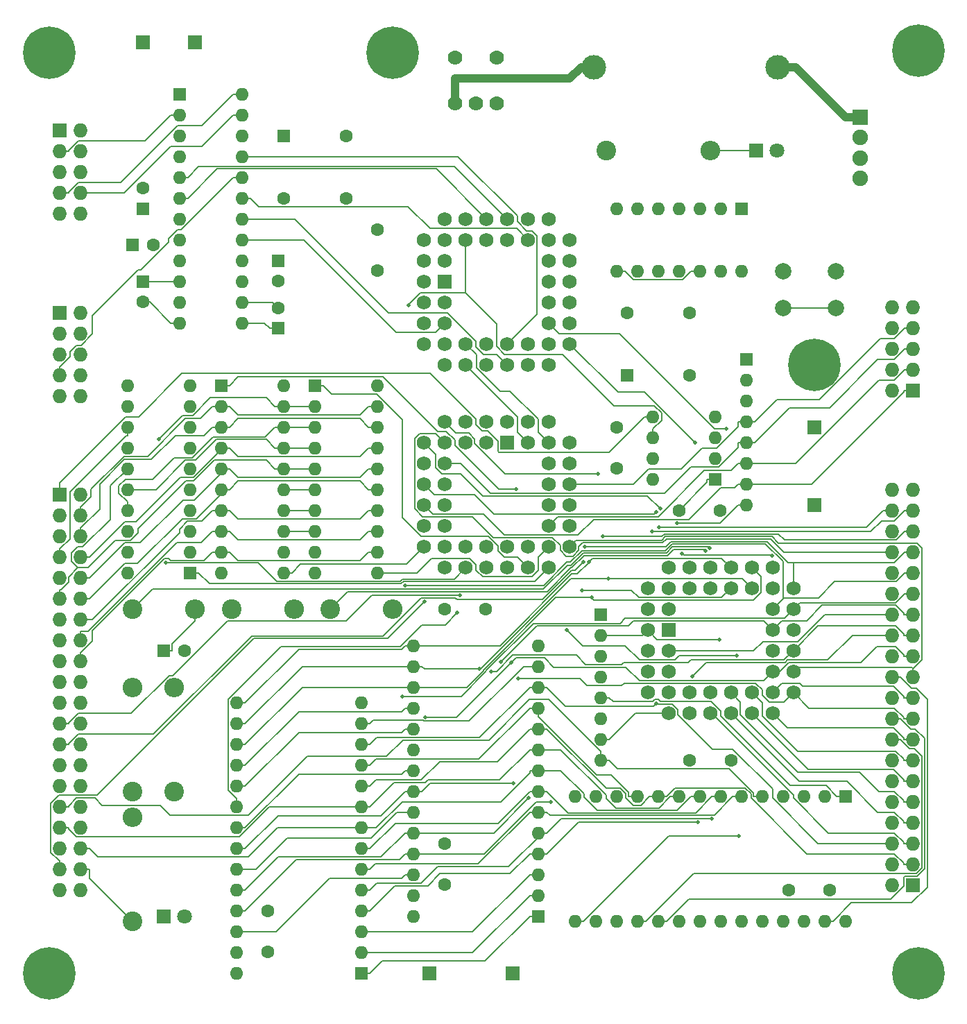
<source format=gbr>
G04 #@! TF.FileFunction,Copper,L4,Bot,Mixed*
%FSLAX46Y46*%
G04 Gerber Fmt 4.6, Leading zero omitted, Abs format (unit mm)*
G04 Created by KiCad (PCBNEW 4.0.7-e2-6376~58~ubuntu16.04.1) date Tue Dec 19 13:26:44 2017*
%MOMM*%
%LPD*%
G01*
G04 APERTURE LIST*
%ADD10C,0.100000*%
%ADD11C,1.600000*%
%ADD12R,1.600000X1.600000*%
%ADD13R,1.800000X1.800000*%
%ADD14C,1.800000*%
%ADD15R,1.900000X1.900000*%
%ADD16C,1.900000*%
%ADD17R,1.727200X1.727200*%
%ADD18O,1.727200X1.727200*%
%ADD19C,6.400000*%
%ADD20C,2.400000*%
%ADD21O,2.400000X2.400000*%
%ADD22O,1.600000X1.600000*%
%ADD23C,2.000000*%
%ADD24R,1.750000X1.750000*%
%ADD25C,1.750000*%
%ADD26C,3.000000*%
%ADD27R,1.700000X1.700000*%
%ADD28C,1.778000*%
%ADD29C,0.500000*%
%ADD30C,0.150000*%
%ADD31C,1.000000*%
G04 APERTURE END LIST*
D10*
D11*
X141605000Y-110490000D03*
X136605000Y-110490000D03*
X85090000Y-128905000D03*
X85090000Y-133905000D03*
X106680000Y-120650000D03*
X106680000Y-125650000D03*
X153670000Y-126365000D03*
X148670000Y-126365000D03*
D12*
X68580000Y-47625000D03*
D11*
X71080000Y-47625000D03*
D12*
X86360000Y-49530000D03*
D11*
X86360000Y-52030000D03*
D12*
X69850000Y-43180000D03*
D11*
X69850000Y-40680000D03*
D12*
X69850000Y-52070000D03*
D11*
X69850000Y-54570000D03*
D12*
X86360000Y-57785000D03*
D11*
X86360000Y-55285000D03*
X98425000Y-45720000D03*
X98425000Y-50720000D03*
X106680000Y-92075000D03*
X111680000Y-92075000D03*
X127635000Y-69850000D03*
X127635000Y-74850000D03*
D13*
X72390000Y-129540000D03*
D14*
X74930000Y-129540000D03*
D15*
X157353000Y-32004000D03*
D16*
X157353000Y-34504000D03*
X157353000Y-37004000D03*
X157353000Y-39504000D03*
D17*
X59690000Y-33655000D03*
D18*
X62230000Y-33655000D03*
X59690000Y-36195000D03*
X62230000Y-36195000D03*
X59690000Y-38735000D03*
X62230000Y-38735000D03*
X59690000Y-41275000D03*
X62230000Y-41275000D03*
X59690000Y-43815000D03*
X62230000Y-43815000D03*
D17*
X59690000Y-55880000D03*
D18*
X62230000Y-55880000D03*
X59690000Y-58420000D03*
X62230000Y-58420000D03*
X59690000Y-60960000D03*
X62230000Y-60960000D03*
X59690000Y-63500000D03*
X62230000Y-63500000D03*
X59690000Y-66040000D03*
X62230000Y-66040000D03*
D17*
X163830000Y-65405000D03*
D18*
X161290000Y-65405000D03*
X163830000Y-62865000D03*
X161290000Y-62865000D03*
X163830000Y-60325000D03*
X161290000Y-60325000D03*
X163830000Y-57785000D03*
X161290000Y-57785000D03*
X163830000Y-55245000D03*
X161290000Y-55245000D03*
D19*
X58420000Y-24130000D03*
X100330000Y-24130000D03*
X164465000Y-23876000D03*
X164465000Y-136525000D03*
X151765000Y-62230000D03*
X58420000Y-136525000D03*
D17*
X59690000Y-78105000D03*
D18*
X62230000Y-78105000D03*
X59690000Y-80645000D03*
X62230000Y-80645000D03*
X59690000Y-83185000D03*
X62230000Y-83185000D03*
X59690000Y-85725000D03*
X62230000Y-85725000D03*
X59690000Y-88265000D03*
X62230000Y-88265000D03*
X59690000Y-90805000D03*
X62230000Y-90805000D03*
X59690000Y-93345000D03*
X62230000Y-93345000D03*
X59690000Y-95885000D03*
X62230000Y-95885000D03*
X59690000Y-98425000D03*
X62230000Y-98425000D03*
X59690000Y-100965000D03*
X62230000Y-100965000D03*
X59690000Y-103505000D03*
X62230000Y-103505000D03*
X59690000Y-106045000D03*
X62230000Y-106045000D03*
X59690000Y-108585000D03*
X62230000Y-108585000D03*
X59690000Y-111125000D03*
X62230000Y-111125000D03*
X59690000Y-113665000D03*
X62230000Y-113665000D03*
X59690000Y-116205000D03*
X62230000Y-116205000D03*
X59690000Y-118745000D03*
X62230000Y-118745000D03*
X59690000Y-121285000D03*
X62230000Y-121285000D03*
X59690000Y-123825000D03*
X62230000Y-123825000D03*
X59690000Y-126365000D03*
X62230000Y-126365000D03*
D20*
X68580000Y-114300000D03*
D21*
X68580000Y-101600000D03*
D20*
X68580000Y-130175000D03*
D21*
X68580000Y-117475000D03*
D20*
X73660000Y-114300000D03*
D21*
X73660000Y-101600000D03*
D12*
X143510000Y-61595000D03*
D22*
X143510000Y-64135000D03*
X143510000Y-66675000D03*
X143510000Y-69215000D03*
X143510000Y-71755000D03*
X143510000Y-74295000D03*
X143510000Y-76835000D03*
X143510000Y-79375000D03*
D12*
X125730000Y-92710000D03*
D22*
X125730000Y-95250000D03*
X125730000Y-97790000D03*
X125730000Y-100330000D03*
X125730000Y-102870000D03*
X125730000Y-105410000D03*
X125730000Y-107950000D03*
X125730000Y-110490000D03*
D23*
X147955000Y-55300000D03*
X147955000Y-50800000D03*
X154455000Y-55300000D03*
X154455000Y-50800000D03*
D24*
X133985000Y-94615000D03*
D25*
X133985000Y-97155000D03*
X133985000Y-99695000D03*
X133985000Y-92075000D03*
X133985000Y-89535000D03*
X133985000Y-86995000D03*
X131445000Y-97155000D03*
X131445000Y-99695000D03*
X131445000Y-102235000D03*
X131445000Y-94615000D03*
X131445000Y-92075000D03*
X131445000Y-89535000D03*
X133985000Y-102235000D03*
X136525000Y-102235000D03*
X139065000Y-102235000D03*
X141605000Y-102235000D03*
X144145000Y-102235000D03*
X133985000Y-104775000D03*
X136525000Y-104775000D03*
X139065000Y-104775000D03*
X141605000Y-104775000D03*
X144145000Y-104775000D03*
X146685000Y-104775000D03*
X146685000Y-102235000D03*
X146685000Y-99695000D03*
X146685000Y-97155000D03*
X146685000Y-94615000D03*
X146685000Y-92075000D03*
X146685000Y-89535000D03*
X149225000Y-102235000D03*
X149225000Y-99695000D03*
X149225000Y-97155000D03*
X149225000Y-94615000D03*
X149225000Y-92075000D03*
X149225000Y-89535000D03*
X144145000Y-89535000D03*
X141605000Y-89535000D03*
X139065000Y-89535000D03*
X136525000Y-89535000D03*
X131445000Y-89535000D03*
X146685000Y-86995000D03*
X144145000Y-86995000D03*
X141605000Y-86995000D03*
X139065000Y-86995000D03*
X136525000Y-86995000D03*
X133985000Y-86995000D03*
D12*
X96520000Y-136525000D03*
D22*
X81280000Y-103505000D03*
X96520000Y-133985000D03*
X81280000Y-106045000D03*
X96520000Y-131445000D03*
X81280000Y-108585000D03*
X96520000Y-128905000D03*
X81280000Y-111125000D03*
X96520000Y-126365000D03*
X81280000Y-113665000D03*
X96520000Y-123825000D03*
X81280000Y-116205000D03*
X96520000Y-121285000D03*
X81280000Y-118745000D03*
X96520000Y-118745000D03*
X81280000Y-121285000D03*
X96520000Y-116205000D03*
X81280000Y-123825000D03*
X96520000Y-113665000D03*
X81280000Y-126365000D03*
X96520000Y-111125000D03*
X81280000Y-128905000D03*
X96520000Y-108585000D03*
X81280000Y-131445000D03*
X96520000Y-106045000D03*
X81280000Y-133985000D03*
X96520000Y-103505000D03*
X81280000Y-136525000D03*
D12*
X118110000Y-129540000D03*
D22*
X102870000Y-96520000D03*
X118110000Y-127000000D03*
X102870000Y-99060000D03*
X118110000Y-124460000D03*
X102870000Y-101600000D03*
X118110000Y-121920000D03*
X102870000Y-104140000D03*
X118110000Y-119380000D03*
X102870000Y-106680000D03*
X118110000Y-116840000D03*
X102870000Y-109220000D03*
X118110000Y-114300000D03*
X102870000Y-111760000D03*
X118110000Y-111760000D03*
X102870000Y-114300000D03*
X118110000Y-109220000D03*
X102870000Y-116840000D03*
X118110000Y-106680000D03*
X102870000Y-119380000D03*
X118110000Y-104140000D03*
X102870000Y-121920000D03*
X118110000Y-101600000D03*
X102870000Y-124460000D03*
X118110000Y-99060000D03*
X102870000Y-127000000D03*
X118110000Y-96520000D03*
X102870000Y-129540000D03*
D12*
X155575000Y-114935000D03*
D22*
X122555000Y-130175000D03*
X153035000Y-114935000D03*
X125095000Y-130175000D03*
X150495000Y-114935000D03*
X127635000Y-130175000D03*
X147955000Y-114935000D03*
X130175000Y-130175000D03*
X145415000Y-114935000D03*
X132715000Y-130175000D03*
X142875000Y-114935000D03*
X135255000Y-130175000D03*
X140335000Y-114935000D03*
X137795000Y-130175000D03*
X137795000Y-114935000D03*
X140335000Y-130175000D03*
X135255000Y-114935000D03*
X142875000Y-130175000D03*
X132715000Y-114935000D03*
X145415000Y-130175000D03*
X130175000Y-114935000D03*
X147955000Y-130175000D03*
X127635000Y-114935000D03*
X150495000Y-130175000D03*
X125095000Y-114935000D03*
X153035000Y-130175000D03*
X122555000Y-114935000D03*
X155575000Y-130175000D03*
D24*
X114300000Y-71755000D03*
D25*
X111760000Y-71755000D03*
X109220000Y-71755000D03*
X116840000Y-71755000D03*
X119380000Y-71755000D03*
X121920000Y-71755000D03*
X111760000Y-69215000D03*
X109220000Y-69215000D03*
X106680000Y-69215000D03*
X114300000Y-69215000D03*
X116840000Y-69215000D03*
X119380000Y-69215000D03*
X106680000Y-71755000D03*
X106680000Y-74295000D03*
X106680000Y-76835000D03*
X106680000Y-79375000D03*
X106680000Y-81915000D03*
X104140000Y-71755000D03*
X104140000Y-74295000D03*
X104140000Y-76835000D03*
X104140000Y-79375000D03*
X104140000Y-81915000D03*
X104140000Y-84455000D03*
X106680000Y-84455000D03*
X109220000Y-84455000D03*
X111760000Y-84455000D03*
X114300000Y-84455000D03*
X116840000Y-84455000D03*
X119380000Y-84455000D03*
X106680000Y-86995000D03*
X109220000Y-86995000D03*
X111760000Y-86995000D03*
X114300000Y-86995000D03*
X116840000Y-86995000D03*
X119380000Y-86995000D03*
X119380000Y-81915000D03*
X119380000Y-79375000D03*
X119380000Y-76835000D03*
X119380000Y-74295000D03*
X119380000Y-69215000D03*
X121920000Y-84455000D03*
X121920000Y-81915000D03*
X121920000Y-79375000D03*
X121920000Y-76835000D03*
X121920000Y-74295000D03*
X121920000Y-71755000D03*
D12*
X142875000Y-43180000D03*
D22*
X127635000Y-50800000D03*
X140335000Y-43180000D03*
X130175000Y-50800000D03*
X137795000Y-43180000D03*
X132715000Y-50800000D03*
X135255000Y-43180000D03*
X135255000Y-50800000D03*
X132715000Y-43180000D03*
X137795000Y-50800000D03*
X130175000Y-43180000D03*
X140335000Y-50800000D03*
X127635000Y-43180000D03*
X142875000Y-50800000D03*
D12*
X79375000Y-64770000D03*
D22*
X86995000Y-87630000D03*
X79375000Y-67310000D03*
X86995000Y-85090000D03*
X79375000Y-69850000D03*
X86995000Y-82550000D03*
X79375000Y-72390000D03*
X86995000Y-80010000D03*
X79375000Y-74930000D03*
X86995000Y-77470000D03*
X79375000Y-77470000D03*
X86995000Y-74930000D03*
X79375000Y-80010000D03*
X86995000Y-72390000D03*
X79375000Y-82550000D03*
X86995000Y-69850000D03*
X79375000Y-85090000D03*
X86995000Y-67310000D03*
X79375000Y-87630000D03*
X86995000Y-64770000D03*
D12*
X90805000Y-64770000D03*
D22*
X98425000Y-87630000D03*
X90805000Y-67310000D03*
X98425000Y-85090000D03*
X90805000Y-69850000D03*
X98425000Y-82550000D03*
X90805000Y-72390000D03*
X98425000Y-80010000D03*
X90805000Y-74930000D03*
X98425000Y-77470000D03*
X90805000Y-77470000D03*
X98425000Y-74930000D03*
X90805000Y-80010000D03*
X98425000Y-72390000D03*
X90805000Y-82550000D03*
X98425000Y-69850000D03*
X90805000Y-85090000D03*
X98425000Y-67310000D03*
X90805000Y-87630000D03*
X98425000Y-64770000D03*
D12*
X75565000Y-87630000D03*
D22*
X67945000Y-64770000D03*
X75565000Y-85090000D03*
X67945000Y-67310000D03*
X75565000Y-82550000D03*
X67945000Y-69850000D03*
X75565000Y-80010000D03*
X67945000Y-72390000D03*
X75565000Y-77470000D03*
X67945000Y-74930000D03*
X75565000Y-74930000D03*
X67945000Y-77470000D03*
X75565000Y-72390000D03*
X67945000Y-80010000D03*
X75565000Y-69850000D03*
X67945000Y-82550000D03*
X75565000Y-67310000D03*
X67945000Y-85090000D03*
X75565000Y-64770000D03*
X67945000Y-87630000D03*
D12*
X74295000Y-29210000D03*
D22*
X81915000Y-57150000D03*
X74295000Y-31750000D03*
X81915000Y-54610000D03*
X74295000Y-34290000D03*
X81915000Y-52070000D03*
X74295000Y-36830000D03*
X81915000Y-49530000D03*
X74295000Y-39370000D03*
X81915000Y-46990000D03*
X74295000Y-41910000D03*
X81915000Y-44450000D03*
X74295000Y-44450000D03*
X81915000Y-41910000D03*
X74295000Y-46990000D03*
X81915000Y-39370000D03*
X74295000Y-49530000D03*
X81915000Y-36830000D03*
X74295000Y-52070000D03*
X81915000Y-34290000D03*
X74295000Y-54610000D03*
X81915000Y-31750000D03*
X74295000Y-57150000D03*
X81915000Y-29210000D03*
D24*
X106680000Y-52070000D03*
D25*
X106680000Y-54610000D03*
X106680000Y-57150000D03*
X106680000Y-49530000D03*
X106680000Y-46990000D03*
X106680000Y-44450000D03*
X104140000Y-54610000D03*
X104140000Y-57150000D03*
X104140000Y-59690000D03*
X104140000Y-52070000D03*
X104140000Y-49530000D03*
X104140000Y-46990000D03*
X106680000Y-59690000D03*
X109220000Y-59690000D03*
X111760000Y-59690000D03*
X114300000Y-59690000D03*
X116840000Y-59690000D03*
X106680000Y-62230000D03*
X109220000Y-62230000D03*
X111760000Y-62230000D03*
X114300000Y-62230000D03*
X116840000Y-62230000D03*
X119380000Y-62230000D03*
X119380000Y-59690000D03*
X119380000Y-57150000D03*
X119380000Y-54610000D03*
X119380000Y-52070000D03*
X119380000Y-49530000D03*
X119380000Y-46990000D03*
X121920000Y-59690000D03*
X121920000Y-57150000D03*
X121920000Y-54610000D03*
X121920000Y-52070000D03*
X121920000Y-49530000D03*
X121920000Y-46990000D03*
X116840000Y-46990000D03*
X114300000Y-46990000D03*
X111760000Y-46990000D03*
X109220000Y-46990000D03*
X104140000Y-46990000D03*
X119380000Y-44450000D03*
X116840000Y-44450000D03*
X114300000Y-44450000D03*
X111760000Y-44450000D03*
X109220000Y-44450000D03*
X106680000Y-44450000D03*
D12*
X128905000Y-63500000D03*
D11*
X128905000Y-55880000D03*
X136525000Y-55880000D03*
X136525000Y-63500000D03*
D12*
X86995000Y-34290000D03*
D11*
X94615000Y-34290000D03*
X94615000Y-41910000D03*
X86995000Y-41910000D03*
D13*
X144653000Y-36068000D03*
D14*
X147193000Y-36068000D03*
D26*
X124841000Y-25908000D03*
X147341000Y-25908000D03*
D27*
X114935000Y-136525000D03*
X104775000Y-136525000D03*
X151765000Y-79375000D03*
X151765000Y-69850000D03*
X76200000Y-22860000D03*
D20*
X126365000Y-36068000D03*
D21*
X139065000Y-36068000D03*
D27*
X69850000Y-22860000D03*
D28*
X113030000Y-24765000D03*
X107950000Y-24765000D03*
X113030000Y-30353000D03*
X110490000Y-30353000D03*
X107950000Y-30353000D03*
D12*
X72390000Y-97155000D03*
D11*
X74890000Y-97155000D03*
X135255000Y-80010000D03*
X140255000Y-80010000D03*
D17*
X163830000Y-125730000D03*
D18*
X161290000Y-125730000D03*
X163830000Y-123190000D03*
X161290000Y-123190000D03*
X163830000Y-120650000D03*
X161290000Y-120650000D03*
X163830000Y-118110000D03*
X161290000Y-118110000D03*
X163830000Y-115570000D03*
X161290000Y-115570000D03*
X163830000Y-113030000D03*
X161290000Y-113030000D03*
X163830000Y-110490000D03*
X161290000Y-110490000D03*
X163830000Y-107950000D03*
X161290000Y-107950000D03*
X163830000Y-105410000D03*
X161290000Y-105410000D03*
X163830000Y-102870000D03*
X161290000Y-102870000D03*
X163830000Y-100330000D03*
X161290000Y-100330000D03*
X163830000Y-97790000D03*
X161290000Y-97790000D03*
X163830000Y-95250000D03*
X161290000Y-95250000D03*
X163830000Y-92710000D03*
X161290000Y-92710000D03*
X163830000Y-90170000D03*
X161290000Y-90170000D03*
X163830000Y-87630000D03*
X161290000Y-87630000D03*
X163830000Y-85090000D03*
X161290000Y-85090000D03*
X163830000Y-82550000D03*
X161290000Y-82550000D03*
X163830000Y-80010000D03*
X161290000Y-80010000D03*
X163830000Y-77470000D03*
X161290000Y-77470000D03*
D20*
X92710000Y-92075000D03*
D21*
X100330000Y-92075000D03*
D20*
X68580000Y-92075000D03*
D21*
X76200000Y-92075000D03*
D20*
X80645000Y-92075000D03*
D21*
X88265000Y-92075000D03*
D12*
X139700000Y-76200000D03*
D22*
X132080000Y-68580000D03*
X139700000Y-73660000D03*
X132080000Y-71120000D03*
X139700000Y-71120000D03*
X132080000Y-73660000D03*
X139700000Y-68580000D03*
X132080000Y-76200000D03*
D29*
X125971300Y-83190600D03*
X131959400Y-82622400D03*
X140195500Y-95778700D03*
X71830500Y-71329300D03*
X135080200Y-81608600D03*
X136888600Y-100312100D03*
X139290600Y-117659100D03*
X137594100Y-118075900D03*
X119662900Y-115572400D03*
X121623000Y-94585300D03*
X142320100Y-97769500D03*
X114806700Y-98571000D03*
X104304300Y-105243300D03*
X113542800Y-98471800D03*
X101870900Y-89165000D03*
X141025700Y-70028600D03*
X115682100Y-100547200D03*
X116956300Y-115117700D03*
X112323400Y-99699200D03*
X101497000Y-102708500D03*
X123743000Y-84447000D03*
X126621700Y-88365400D03*
X110928300Y-99373100D03*
X123461000Y-89743500D03*
X133012600Y-79815100D03*
X135641700Y-85262100D03*
X146604600Y-85567500D03*
X124595000Y-90649700D03*
X142595600Y-119736100D03*
X124294700Y-86271600D03*
X132538800Y-103576200D03*
X137237600Y-71792300D03*
X108241500Y-92504000D03*
X125370700Y-75600600D03*
X102291100Y-55004200D03*
X108526500Y-90404300D03*
X123628200Y-86276300D03*
X104209400Y-91154700D03*
X132874600Y-82069000D03*
X132489800Y-80248200D03*
X115065100Y-113303200D03*
X72650900Y-86415800D03*
X115407500Y-77454500D03*
X138531400Y-84995300D03*
X139059200Y-84595800D03*
D30*
X74295000Y-52070000D02*
X69850000Y-52070000D01*
X70689700Y-54570000D02*
X69850000Y-54570000D01*
X73269700Y-57150000D02*
X70689700Y-54570000D01*
X74295000Y-57150000D02*
X73269700Y-57150000D01*
X84699700Y-57150000D02*
X85334700Y-57785000D01*
X81915000Y-57150000D02*
X84699700Y-57150000D01*
X86360000Y-57785000D02*
X85334700Y-57785000D01*
X85685000Y-54610000D02*
X86360000Y-55285000D01*
X81915000Y-54610000D02*
X85685000Y-54610000D01*
X139065000Y-36068000D02*
X144653000Y-36068000D01*
X59690000Y-116205000D02*
X60778900Y-116205000D01*
X144389700Y-114510100D02*
X144389700Y-114935000D01*
X141394900Y-111515300D02*
X144389700Y-114510100D01*
X127780600Y-111515300D02*
X141394900Y-111515300D01*
X126755300Y-110490000D02*
X127780600Y-111515300D01*
X125730000Y-110490000D02*
X125730000Y-109464700D01*
X125730000Y-110490000D02*
X126755300Y-110490000D01*
X145415000Y-114935000D02*
X144389700Y-114935000D01*
X163830000Y-82550000D02*
X162741100Y-82550000D01*
X119345300Y-103080000D02*
X125730000Y-109464700D01*
X117025000Y-103080000D02*
X119345300Y-103080000D01*
X112059200Y-108045800D02*
X117025000Y-103080000D01*
X101598500Y-108045800D02*
X112059200Y-108045800D01*
X99600200Y-110044100D02*
X101598500Y-108045800D01*
X89886500Y-110044100D02*
X99600200Y-110044100D01*
X82694700Y-117235900D02*
X89886500Y-110044100D01*
X73193800Y-117235900D02*
X82694700Y-117235900D01*
X71951700Y-115993800D02*
X73193800Y-117235900D01*
X64852800Y-115993800D02*
X71951700Y-115993800D01*
X63972100Y-115113100D02*
X64852800Y-115993800D01*
X61758000Y-115113100D02*
X63972100Y-115113100D01*
X60778900Y-116092200D02*
X61758000Y-115113100D01*
X60778900Y-116205000D02*
X60778900Y-116092200D01*
X133213800Y-83190600D02*
X125971300Y-83190600D01*
X133488600Y-82915800D02*
X133213800Y-83190600D01*
X147405100Y-82915800D02*
X133488600Y-82915800D01*
X148133500Y-83644200D02*
X147405100Y-82915800D01*
X161759700Y-83644200D02*
X148133500Y-83644200D01*
X162741100Y-82662800D02*
X161759700Y-83644200D01*
X162741100Y-82550000D02*
X162741100Y-82662800D01*
X60778900Y-36082200D02*
X60778900Y-36195000D01*
X61936100Y-34925000D02*
X60778900Y-36082200D01*
X70094700Y-34925000D02*
X61936100Y-34925000D01*
X73269700Y-31750000D02*
X70094700Y-34925000D01*
X74295000Y-31750000D02*
X73269700Y-31750000D01*
X59690000Y-36195000D02*
X60778900Y-36195000D01*
X60778900Y-41162200D02*
X60778900Y-41275000D01*
X61936100Y-40005000D02*
X60778900Y-41162200D01*
X67122900Y-40005000D02*
X61936100Y-40005000D01*
X74107900Y-33020000D02*
X67122900Y-40005000D01*
X77079700Y-33020000D02*
X74107900Y-33020000D01*
X80889700Y-29210000D02*
X77079700Y-33020000D01*
X81915000Y-29210000D02*
X80889700Y-29210000D01*
X59690000Y-41275000D02*
X60778900Y-41275000D01*
X67554600Y-41275000D02*
X62230000Y-41275000D01*
X73269600Y-35560000D02*
X67554600Y-41275000D01*
X77079700Y-35560000D02*
X73269600Y-35560000D01*
X80889700Y-31750000D02*
X77079700Y-35560000D01*
X81915000Y-31750000D02*
X80889700Y-31750000D01*
X59802800Y-62411100D02*
X59690000Y-62411100D01*
X60960000Y-61253900D02*
X59802800Y-62411100D01*
X60960000Y-60640700D02*
X60960000Y-61253900D01*
X61729700Y-59871000D02*
X60960000Y-60640700D01*
X62328500Y-59871000D02*
X61729700Y-59871000D01*
X63707800Y-58491700D02*
X62328500Y-59871000D01*
X63707800Y-56227900D02*
X63707800Y-58491700D01*
X69273600Y-50662100D02*
X63707800Y-56227900D01*
X69565300Y-50662100D02*
X69273600Y-50662100D01*
X72943800Y-47283600D02*
X69565300Y-50662100D01*
X72943800Y-46828000D02*
X72943800Y-47283600D01*
X74051800Y-45720000D02*
X72943800Y-46828000D01*
X74539700Y-45720000D02*
X74051800Y-45720000D01*
X80889700Y-39370000D02*
X74539700Y-45720000D01*
X81915000Y-39370000D02*
X80889700Y-39370000D01*
X59690000Y-63500000D02*
X59690000Y-62411100D01*
X163830000Y-65405000D02*
X162741100Y-65405000D01*
X162741100Y-65541100D02*
X162741100Y-65405000D01*
X151447200Y-76835000D02*
X162741100Y-65541100D01*
X144535300Y-76835000D02*
X151447200Y-76835000D01*
X143510000Y-76835000D02*
X144535300Y-76835000D01*
X142059900Y-77259800D02*
X142484700Y-76835000D01*
X140383900Y-77259800D02*
X142059900Y-77259800D01*
X136510400Y-81133300D02*
X140383900Y-77259800D01*
X124847700Y-81133300D02*
X136510400Y-81133300D01*
X122965600Y-83015400D02*
X124847700Y-81133300D01*
X113987100Y-83015400D02*
X122965600Y-83015400D01*
X111447000Y-80475300D02*
X113987100Y-83015400D01*
X105240300Y-80475300D02*
X111447000Y-80475300D01*
X104140000Y-79375000D02*
X105240300Y-80475300D01*
X143510000Y-76835000D02*
X142484700Y-76835000D01*
X163830000Y-62865000D02*
X162741100Y-62865000D01*
X149483900Y-74295000D02*
X143510000Y-74295000D01*
X159643900Y-64135000D02*
X149483900Y-74295000D01*
X161583900Y-64135000D02*
X159643900Y-64135000D01*
X162741100Y-62977800D02*
X161583900Y-64135000D01*
X162741100Y-62865000D02*
X162741100Y-62977800D01*
X141605100Y-75174600D02*
X142484700Y-74295000D01*
X138340100Y-75174600D02*
X141605100Y-75174600D01*
X132727300Y-80787400D02*
X138340100Y-75174600D01*
X120507600Y-80787400D02*
X132727300Y-80787400D01*
X119380000Y-81915000D02*
X120507600Y-80787400D01*
X143510000Y-74295000D02*
X142484700Y-74295000D01*
X163830000Y-60325000D02*
X162741100Y-60325000D01*
X143510000Y-71755000D02*
X144535300Y-71755000D01*
X162741100Y-60437800D02*
X162741100Y-60325000D01*
X161583900Y-61595000D02*
X162741100Y-60437800D01*
X159542000Y-61595000D02*
X161583900Y-61595000D01*
X153639700Y-67497300D02*
X159542000Y-61595000D01*
X148793000Y-67497300D02*
X153639700Y-67497300D01*
X144535300Y-71755000D02*
X148793000Y-67497300D01*
X143510000Y-71755000D02*
X142484700Y-71755000D01*
X142484700Y-72325400D02*
X142484700Y-71755000D01*
X140090300Y-74719800D02*
X142484700Y-72325400D01*
X136698300Y-74719800D02*
X140090300Y-74719800D01*
X133482400Y-77935700D02*
X136698300Y-74719800D01*
X112254300Y-77935700D02*
X133482400Y-77935700D01*
X108613600Y-74295000D02*
X112254300Y-77935700D01*
X106680000Y-74295000D02*
X108613600Y-74295000D01*
X162741100Y-57897800D02*
X162741100Y-57785000D01*
X161583900Y-59055000D02*
X162741100Y-57897800D01*
X159822400Y-59055000D02*
X161583900Y-59055000D01*
X152363200Y-66514200D02*
X159822400Y-59055000D01*
X147236100Y-66514200D02*
X152363200Y-66514200D01*
X144535300Y-69215000D02*
X147236100Y-66514200D01*
X143510000Y-69215000D02*
X144535300Y-69215000D01*
X163830000Y-57785000D02*
X162741100Y-57785000D01*
X143510000Y-69215000D02*
X142484700Y-69215000D01*
X142484700Y-69790000D02*
X142484700Y-69215000D01*
X139884700Y-72390000D02*
X142484700Y-69790000D01*
X138112900Y-72390000D02*
X139884700Y-72390000D01*
X135572900Y-74930000D02*
X138112900Y-72390000D01*
X131599800Y-74930000D02*
X135572900Y-74930000D01*
X129694800Y-76835000D02*
X131599800Y-74930000D01*
X121920000Y-76835000D02*
X129694800Y-76835000D01*
X125730000Y-95250000D02*
X126755300Y-95250000D01*
X59690000Y-76620700D02*
X59690000Y-78105000D01*
X67730700Y-68580000D02*
X59690000Y-76620700D01*
X69332900Y-68580000D02*
X67730700Y-68580000D01*
X74594800Y-63318100D02*
X69332900Y-68580000D01*
X104902800Y-63318100D02*
X74594800Y-63318100D01*
X110490000Y-68905300D02*
X104902800Y-63318100D01*
X110490000Y-69520200D02*
X110490000Y-68905300D01*
X111285200Y-70315400D02*
X110490000Y-69520200D01*
X111936400Y-70315400D02*
X111285200Y-70315400D01*
X113199600Y-71578600D02*
X111936400Y-70315400D01*
X113199600Y-72772300D02*
X113199600Y-71578600D01*
X113325900Y-72898600D02*
X113199600Y-72772300D01*
X126736100Y-72898600D02*
X113325900Y-72898600D01*
X131054700Y-68580000D02*
X126736100Y-72898600D01*
X132080000Y-68580000D02*
X131054700Y-68580000D01*
X163830000Y-80010000D02*
X162741100Y-80010000D01*
X130810000Y-95250000D02*
X126755300Y-95250000D01*
X131445000Y-94615000D02*
X130810000Y-95250000D01*
X132608700Y-95778700D02*
X140195500Y-95778700D01*
X131445000Y-94615000D02*
X132608700Y-95778700D01*
X131966300Y-82615500D02*
X131959400Y-82622400D01*
X158702200Y-82615500D02*
X131966300Y-82615500D01*
X160037700Y-81280000D02*
X158702200Y-82615500D01*
X161583900Y-81280000D02*
X160037700Y-81280000D01*
X162741100Y-80122800D02*
X161583900Y-81280000D01*
X162741100Y-80010000D02*
X162741100Y-80122800D01*
X79375000Y-67310000D02*
X78349700Y-67310000D01*
X62230000Y-80645000D02*
X62230000Y-79556100D01*
X81462700Y-68372400D02*
X80400300Y-67310000D01*
X96337300Y-68372400D02*
X81462700Y-68372400D01*
X97399700Y-67310000D02*
X96337300Y-68372400D01*
X98425000Y-67310000D02*
X97399700Y-67310000D01*
X79375000Y-67310000D02*
X80400300Y-67310000D01*
X76835200Y-68824500D02*
X78349700Y-67310000D01*
X75007600Y-68824500D02*
X76835200Y-68824500D01*
X70416700Y-73415400D02*
X75007600Y-68824500D01*
X67567300Y-73415400D02*
X70416700Y-73415400D01*
X63525200Y-77457500D02*
X67567300Y-73415400D01*
X63525200Y-78373700D02*
X63525200Y-77457500D01*
X62342800Y-79556100D02*
X63525200Y-78373700D01*
X62230000Y-79556100D02*
X62342800Y-79556100D01*
X90805000Y-82550000D02*
X86995000Y-82550000D01*
X79375000Y-69850000D02*
X78349700Y-69850000D01*
X62230000Y-83185000D02*
X62230000Y-82096100D01*
X81425700Y-68824600D02*
X80400300Y-69850000D01*
X96374300Y-68824600D02*
X81425700Y-68824600D01*
X97399700Y-69850000D02*
X96374300Y-68824600D01*
X98425000Y-69850000D02*
X97399700Y-69850000D01*
X79375000Y-69850000D02*
X80400300Y-69850000D01*
X62342800Y-82096100D02*
X62230000Y-82096100D01*
X64581700Y-79857200D02*
X62342800Y-82096100D01*
X64581700Y-76825900D02*
X64581700Y-79857200D01*
X67585800Y-73821800D02*
X64581700Y-76825900D01*
X70892400Y-73821800D02*
X67585800Y-73821800D01*
X73838900Y-70875300D02*
X70892400Y-73821800D01*
X77324400Y-70875300D02*
X73838900Y-70875300D01*
X78349700Y-69850000D02*
X77324400Y-70875300D01*
X90805000Y-80010000D02*
X86995000Y-80010000D01*
X67945000Y-69850000D02*
X67945000Y-70875300D01*
X59690000Y-85725000D02*
X59690000Y-84636100D01*
X59802800Y-84636100D02*
X59690000Y-84636100D01*
X60960000Y-83478900D02*
X59802800Y-84636100D01*
X60960000Y-77732100D02*
X60960000Y-83478900D01*
X67816800Y-70875300D02*
X60960000Y-77732100D01*
X67945000Y-70875300D02*
X67816800Y-70875300D01*
X81458600Y-73448300D02*
X80400300Y-72390000D01*
X96341400Y-73448300D02*
X81458600Y-73448300D01*
X97399700Y-72390000D02*
X96341400Y-73448300D01*
X98425000Y-72390000D02*
X97399700Y-72390000D01*
X79781500Y-72390000D02*
X79765300Y-72390000D01*
X79781500Y-72390000D02*
X80400300Y-72390000D01*
X79472600Y-72390000D02*
X79472700Y-72390000D01*
X79375000Y-72390000D02*
X79472600Y-72390000D01*
X79472700Y-72390000D02*
X79765300Y-72390000D01*
X67642200Y-81401700D02*
X63318900Y-85725000D01*
X68991200Y-81401700D02*
X67642200Y-81401700D01*
X74437500Y-75955400D02*
X68991200Y-81401700D01*
X75998400Y-75955400D02*
X74437500Y-75955400D01*
X79472700Y-72481100D02*
X75998400Y-75955400D01*
X79472700Y-72390000D02*
X79472700Y-72481100D01*
X62230000Y-85725000D02*
X63318900Y-85725000D01*
X90805000Y-77470000D02*
X86995000Y-77470000D01*
X81427100Y-75956800D02*
X80400300Y-74930000D01*
X96372900Y-75956800D02*
X81427100Y-75956800D01*
X97399700Y-74930000D02*
X96372900Y-75956800D01*
X98425000Y-74930000D02*
X97399700Y-74930000D01*
X79375000Y-74930000D02*
X79887700Y-74930000D01*
X79887700Y-74930000D02*
X80400300Y-74930000D01*
X67614200Y-83969700D02*
X63318900Y-88265000D01*
X69519400Y-83969700D02*
X67614200Y-83969700D01*
X74749100Y-78740000D02*
X69519400Y-83969700D01*
X76077700Y-78740000D02*
X74749100Y-78740000D01*
X79887700Y-74930000D02*
X76077700Y-78740000D01*
X62230000Y-88265000D02*
X63318900Y-88265000D01*
X90805000Y-74930000D02*
X86995000Y-74930000D01*
X59690000Y-90805000D02*
X59690000Y-89716100D01*
X86995000Y-74930000D02*
X85969700Y-74930000D01*
X61141000Y-86210400D02*
X61925600Y-86995000D01*
X61141000Y-85232600D02*
X61141000Y-86210400D01*
X61918600Y-84455000D02*
X61141000Y-85232600D01*
X62523500Y-84455000D02*
X61918600Y-84455000D01*
X65861800Y-81116700D02*
X62523500Y-84455000D01*
X65861800Y-77013200D02*
X65861800Y-81116700D01*
X67945000Y-74930000D02*
X65861800Y-77013200D01*
X60778900Y-88141700D02*
X61925600Y-86995000D01*
X60778900Y-88763400D02*
X60778900Y-88141700D01*
X59826200Y-89716100D02*
X60778900Y-88763400D01*
X59690000Y-89716100D02*
X59826200Y-89716100D01*
X84936100Y-73896400D02*
X85969700Y-74930000D01*
X78573300Y-73896400D02*
X84936100Y-73896400D01*
X76025100Y-76444600D02*
X78573300Y-73896400D01*
X75060200Y-76444600D02*
X76025100Y-76444600D01*
X69215000Y-82289800D02*
X75060200Y-76444600D01*
X69215000Y-82765400D02*
X69215000Y-82289800D01*
X68311100Y-83669300D02*
X69215000Y-82765400D01*
X66494300Y-83669300D02*
X68311100Y-83669300D01*
X63168600Y-86995000D02*
X66494300Y-83669300D01*
X61925600Y-86995000D02*
X63168600Y-86995000D01*
X96367800Y-76438100D02*
X97399700Y-77470000D01*
X81432200Y-76438100D02*
X96367800Y-76438100D01*
X80400300Y-77470000D02*
X81432200Y-76438100D01*
X98425000Y-77470000D02*
X97399700Y-77470000D01*
X79375000Y-77470000D02*
X79903900Y-77470000D01*
X79903900Y-77470000D02*
X80400300Y-77470000D01*
X67614200Y-86509700D02*
X63318900Y-90805000D01*
X69183200Y-86509700D02*
X67614200Y-86509700D01*
X74657500Y-81035400D02*
X69183200Y-86509700D01*
X76338500Y-81035400D02*
X74657500Y-81035400D01*
X79903900Y-77470000D02*
X76338500Y-81035400D01*
X62230000Y-90805000D02*
X63318900Y-90805000D01*
X90805000Y-72390000D02*
X86995000Y-72390000D01*
X86995000Y-72390000D02*
X85969700Y-72390000D01*
X71432400Y-77470000D02*
X67945000Y-77470000D01*
X74997800Y-73904600D02*
X71432400Y-77470000D01*
X76260600Y-73904600D02*
X74997800Y-73904600D01*
X78823000Y-71342200D02*
X76260600Y-73904600D01*
X84921900Y-71342200D02*
X78823000Y-71342200D01*
X85969700Y-72390000D02*
X84921900Y-71342200D01*
X63684200Y-93345000D02*
X62230000Y-93345000D01*
X74295000Y-82734200D02*
X63684200Y-93345000D01*
X74295000Y-82338100D02*
X74295000Y-82734200D01*
X75297300Y-81335800D02*
X74295000Y-82338100D01*
X77023900Y-81335800D02*
X75297300Y-81335800D01*
X78349700Y-80010000D02*
X77023900Y-81335800D01*
X79375000Y-80010000D02*
X78349700Y-80010000D01*
X81432200Y-81041900D02*
X80400300Y-80010000D01*
X96367800Y-81041900D02*
X81432200Y-81041900D01*
X97399700Y-80010000D02*
X96367800Y-81041900D01*
X98425000Y-80010000D02*
X97399700Y-80010000D01*
X79375000Y-80010000D02*
X80400300Y-80010000D01*
X90805000Y-69850000D02*
X86995000Y-69850000D01*
X84777900Y-71041800D02*
X85969700Y-69850000D01*
X78410800Y-71041800D02*
X84777900Y-71041800D01*
X75848400Y-73604200D02*
X78410800Y-71041800D01*
X73631000Y-73604200D02*
X75848400Y-73604200D01*
X71035200Y-76200000D02*
X73631000Y-73604200D01*
X67731800Y-76200000D02*
X71035200Y-76200000D01*
X66902200Y-77029600D02*
X67731800Y-76200000D01*
X66902200Y-77941900D02*
X66902200Y-77029600D01*
X67945000Y-78984700D02*
X66902200Y-77941900D01*
X67945000Y-80010000D02*
X67945000Y-78984700D01*
X86995000Y-69850000D02*
X85969700Y-69850000D01*
X62230000Y-95885000D02*
X62230000Y-94796100D01*
X79375000Y-82550000D02*
X78349700Y-82550000D01*
X63153800Y-94796100D02*
X62230000Y-94796100D01*
X73998000Y-83951900D02*
X63153800Y-94796100D01*
X76947800Y-83951900D02*
X73998000Y-83951900D01*
X78349700Y-82550000D02*
X76947800Y-83951900D01*
X81432200Y-83581900D02*
X80400300Y-82550000D01*
X96367800Y-83581900D02*
X81432200Y-83581900D01*
X97399700Y-82550000D02*
X96367800Y-83581900D01*
X98425000Y-82550000D02*
X97399700Y-82550000D01*
X79375000Y-82550000D02*
X80400300Y-82550000D01*
X90805000Y-67310000D02*
X86995000Y-67310000D01*
X86995000Y-67310000D02*
X85969700Y-67310000D01*
X74710600Y-68449200D02*
X71830500Y-71329300D01*
X75919700Y-68449200D02*
X74710600Y-68449200D01*
X78091100Y-66277800D02*
X75919700Y-68449200D01*
X84937500Y-66277800D02*
X78091100Y-66277800D01*
X85969700Y-67310000D02*
X84937500Y-66277800D01*
X79375000Y-85090000D02*
X78349700Y-85090000D01*
X62230000Y-98425000D02*
X62230000Y-97336100D01*
X62342800Y-97336100D02*
X62230000Y-97336100D01*
X63681000Y-95997900D02*
X62342800Y-97336100D01*
X63681000Y-94693600D02*
X63681000Y-95997900D01*
X72465500Y-85909100D02*
X63681000Y-94693600D01*
X72997000Y-85909100D02*
X72465500Y-85909100D01*
X73203300Y-86115400D02*
X72997000Y-85909100D01*
X77324300Y-86115400D02*
X73203300Y-86115400D01*
X78349700Y-85090000D02*
X77324300Y-86115400D01*
X81425700Y-86115400D02*
X80400300Y-85090000D01*
X96374300Y-86115400D02*
X81425700Y-86115400D01*
X97399700Y-85090000D02*
X96374300Y-86115400D01*
X98425000Y-85090000D02*
X97399700Y-85090000D01*
X79375000Y-85090000D02*
X80400300Y-85090000D01*
X59690000Y-118745000D02*
X60778900Y-118745000D01*
X163830000Y-120650000D02*
X162741100Y-120650000D01*
X139245200Y-104775000D02*
X139065000Y-104775000D01*
X149225000Y-114754800D02*
X139245200Y-104775000D01*
X149225000Y-115131600D02*
X149225000Y-114754800D01*
X153473400Y-119380000D02*
X149225000Y-115131600D01*
X161583900Y-119380000D02*
X153473400Y-119380000D01*
X162741100Y-120537200D02*
X161583900Y-119380000D01*
X162741100Y-120650000D02*
X162741100Y-120537200D01*
X85270200Y-116205000D02*
X96520000Y-116205000D01*
X81641200Y-119834000D02*
X85270200Y-116205000D01*
X61731800Y-119834000D02*
X81641200Y-119834000D01*
X60778900Y-118881100D02*
X61731800Y-119834000D01*
X60778900Y-118745000D02*
X60778900Y-118881100D01*
X96520000Y-116205000D02*
X97545300Y-116205000D01*
X100509900Y-113240400D02*
X97545300Y-116205000D01*
X104305100Y-113240400D02*
X100509900Y-113240400D01*
X104605500Y-112940000D02*
X104305100Y-113240400D01*
X113364700Y-112940000D02*
X104605500Y-112940000D01*
X117084700Y-109220000D02*
X113364700Y-112940000D01*
X118110000Y-109220000D02*
X117084700Y-109220000D01*
X120830200Y-109220000D02*
X118110000Y-109220000D01*
X126365000Y-114754800D02*
X120830200Y-109220000D01*
X126365000Y-115149300D02*
X126365000Y-114754800D01*
X127566400Y-116350700D02*
X126365000Y-115149300D01*
X132814000Y-116350700D02*
X127566400Y-116350700D01*
X134229700Y-114935000D02*
X132814000Y-116350700D01*
X135255000Y-114935000D02*
X134229700Y-114935000D01*
X132202400Y-114935000D02*
X131689700Y-114935000D01*
X126364900Y-113909600D02*
X119135300Y-106680000D01*
X128124400Y-113909600D02*
X126364900Y-113909600D01*
X128798700Y-114583900D02*
X128124400Y-113909600D01*
X128798700Y-115060300D02*
X128798700Y-114583900D01*
X129747200Y-116008800D02*
X128798700Y-115060300D01*
X130615900Y-116008800D02*
X129747200Y-116008800D01*
X131689700Y-114935000D02*
X130615900Y-116008800D01*
X118622700Y-106680000D02*
X119135300Y-106680000D01*
X96520000Y-113665000D02*
X97545300Y-113665000D01*
X118622700Y-106680000D02*
X118110000Y-106680000D01*
X98270300Y-112940000D02*
X97545300Y-113665000D01*
X103810700Y-112940000D02*
X98270300Y-112940000D01*
X106079400Y-110671300D02*
X103810700Y-112940000D01*
X113093400Y-110671300D02*
X106079400Y-110671300D01*
X117084700Y-106680000D02*
X113093400Y-110671300D01*
X118110000Y-106680000D02*
X117084700Y-106680000D01*
X163830000Y-123190000D02*
X162741100Y-123190000D01*
X132202400Y-114935000D02*
X132715000Y-114935000D01*
X162741100Y-123077200D02*
X162741100Y-123190000D01*
X161583900Y-121920000D02*
X162741100Y-123077200D01*
X150898400Y-121920000D02*
X161583900Y-121920000D01*
X144065600Y-115087200D02*
X150898400Y-121920000D01*
X144065600Y-114610900D02*
X144065600Y-115087200D01*
X143347900Y-113893200D02*
X144065600Y-114610900D01*
X134782100Y-113893200D02*
X143347900Y-113893200D01*
X133740300Y-114935000D02*
X134782100Y-113893200D01*
X132715000Y-114935000D02*
X133740300Y-114935000D01*
X162741100Y-117997200D02*
X162741100Y-118110000D01*
X161583900Y-116840000D02*
X162741100Y-117997200D01*
X159536300Y-116840000D02*
X161583900Y-116840000D01*
X155769200Y-113072900D02*
X159536300Y-116840000D01*
X149902900Y-113072900D02*
X155769200Y-113072900D01*
X141605000Y-104775000D02*
X149902900Y-113072900D01*
X163830000Y-118110000D02*
X162741100Y-118110000D01*
X137795000Y-114935000D02*
X136769700Y-114935000D01*
X64350700Y-122316800D02*
X63318900Y-121285000D01*
X82693800Y-122316800D02*
X64350700Y-122316800D01*
X86265600Y-118745000D02*
X82693800Y-122316800D01*
X96520000Y-118745000D02*
X86265600Y-118745000D01*
X62230000Y-121285000D02*
X63318900Y-121285000D01*
X120849700Y-111760000D02*
X118110000Y-111760000D01*
X123680400Y-114590700D02*
X120849700Y-111760000D01*
X123680400Y-115004000D02*
X123680400Y-114590700D01*
X125327500Y-116651100D02*
X123680400Y-115004000D01*
X135053600Y-116651100D02*
X125327500Y-116651100D01*
X136769700Y-114935000D02*
X135053600Y-116651100D01*
X98333000Y-118745000D02*
X96520000Y-118745000D01*
X101508000Y-115570000D02*
X98333000Y-118745000D01*
X113527000Y-115570000D02*
X101508000Y-115570000D01*
X117084700Y-112012300D02*
X113527000Y-115570000D01*
X117084700Y-111760000D02*
X117084700Y-112012300D01*
X118110000Y-111760000D02*
X117084700Y-111760000D01*
X63318900Y-124913900D02*
X63318900Y-123825000D01*
X68580000Y-130175000D02*
X63318900Y-124913900D01*
X62230000Y-123825000D02*
X63318900Y-123825000D01*
X143510000Y-79375000D02*
X142484700Y-79375000D01*
X140251100Y-81608600D02*
X135080200Y-81608600D01*
X142484700Y-79375000D02*
X140251100Y-81608600D01*
X153116100Y-92710000D02*
X161290000Y-92710000D01*
X149809000Y-96017100D02*
X153116100Y-92710000D01*
X145523800Y-96017100D02*
X149809000Y-96017100D01*
X144385900Y-97155000D02*
X145523800Y-96017100D01*
X133985000Y-97155000D02*
X144385900Y-97155000D01*
X155575000Y-114935000D02*
X154549700Y-114935000D01*
X125730000Y-102870000D02*
X126755300Y-102870000D01*
X127220700Y-103335400D02*
X126755300Y-102870000D01*
X132107400Y-103335400D02*
X127220700Y-103335400D01*
X132341900Y-103100900D02*
X132107400Y-103335400D01*
X132735800Y-103100900D02*
X132341900Y-103100900D01*
X132970300Y-103335400D02*
X132735800Y-103100900D01*
X139188800Y-103335400D02*
X132970300Y-103335400D01*
X140335000Y-104481600D02*
X139188800Y-103335400D01*
X140335000Y-105085700D02*
X140335000Y-104481600D01*
X148858700Y-113609400D02*
X140335000Y-105085700D01*
X153224100Y-113609400D02*
X148858700Y-113609400D01*
X154549700Y-114935000D02*
X153224100Y-113609400D01*
X129930300Y-104775000D02*
X126755300Y-107950000D01*
X133985000Y-104775000D02*
X129930300Y-104775000D01*
X125730000Y-107950000D02*
X126755300Y-107950000D01*
X156472200Y-95250000D02*
X161290000Y-95250000D01*
X153444200Y-98278000D02*
X156472200Y-95250000D01*
X148526900Y-98278000D02*
X153444200Y-98278000D01*
X148226300Y-98578600D02*
X148526900Y-98278000D01*
X138622100Y-98578600D02*
X148226300Y-98578600D01*
X136888600Y-100312100D02*
X138622100Y-98578600D01*
X163830000Y-110490000D02*
X162741100Y-110490000D01*
X162741100Y-110377200D02*
X162741100Y-110490000D01*
X161754200Y-109390300D02*
X162741100Y-110377200D01*
X149737100Y-109390300D02*
X161754200Y-109390300D01*
X145415000Y-105068200D02*
X149737100Y-109390300D01*
X145415000Y-103505000D02*
X145415000Y-105068200D01*
X144145000Y-102235000D02*
X145415000Y-103505000D01*
X118110000Y-119380000D02*
X118622700Y-119380000D01*
X118622700Y-119380000D02*
X119135300Y-119380000D01*
X98384500Y-125525800D02*
X97545300Y-126365000D01*
X103808900Y-125525800D02*
X98384500Y-125525800D01*
X105814900Y-123519800D02*
X103808900Y-125525800D01*
X114482900Y-123519800D02*
X105814900Y-123519800D01*
X118622700Y-119380000D02*
X114482900Y-123519800D01*
X96520000Y-126365000D02*
X97545300Y-126365000D01*
X120914700Y-117600600D02*
X119135300Y-119380000D01*
X139232100Y-117600600D02*
X120914700Y-117600600D01*
X139290600Y-117659100D02*
X139232100Y-117600600D01*
X96520000Y-123825000D02*
X97545300Y-123825000D01*
X118110000Y-116840000D02*
X117084700Y-116840000D01*
X163830000Y-113030000D02*
X162741100Y-113030000D01*
X142875000Y-114935000D02*
X141849700Y-114935000D01*
X118110000Y-116840000D02*
X119135300Y-116840000D01*
X151005500Y-111635500D02*
X144145000Y-104775000D01*
X161459400Y-111635500D02*
X151005500Y-111635500D01*
X162741100Y-112917200D02*
X161459400Y-111635500D01*
X162741100Y-113030000D02*
X162741100Y-112917200D01*
X119547100Y-117251800D02*
X119135300Y-116840000D01*
X139025700Y-117251800D02*
X119547100Y-117251800D01*
X139093700Y-117183800D02*
X139025700Y-117251800D01*
X139600900Y-117183800D02*
X139093700Y-117183800D01*
X141849700Y-114935000D02*
X139600900Y-117183800D01*
X98187200Y-123183100D02*
X97545300Y-123825000D01*
X98187200Y-123183000D02*
X98187200Y-123183100D01*
X110741700Y-123183000D02*
X98187200Y-123183000D01*
X117084700Y-116840000D02*
X110741700Y-123183000D01*
X163830000Y-107950000D02*
X162741100Y-107950000D01*
X148465500Y-106555500D02*
X146685000Y-104775000D01*
X161459400Y-106555500D02*
X148465500Y-106555500D01*
X162741100Y-107837200D02*
X161459400Y-106555500D01*
X162741100Y-107950000D02*
X162741100Y-107837200D01*
X96520000Y-128905000D02*
X97545300Y-128905000D01*
X117597400Y-121920000D02*
X117084700Y-121920000D01*
X114645900Y-124358800D02*
X117084700Y-121920000D01*
X106079300Y-124358800D02*
X114645900Y-124358800D01*
X104611800Y-125826300D02*
X106079300Y-124358800D01*
X100624000Y-125826300D02*
X104611800Y-125826300D01*
X97545300Y-128905000D02*
X100624000Y-125826300D01*
X117597400Y-121920000D02*
X118110000Y-121920000D01*
X122979400Y-118075900D02*
X137594100Y-118075900D01*
X119135300Y-121920000D02*
X122979400Y-118075900D01*
X118110000Y-121920000D02*
X119135300Y-121920000D01*
X81280000Y-128905000D02*
X82305300Y-128905000D01*
X117879600Y-115572400D02*
X119662900Y-115572400D01*
X111532000Y-121920000D02*
X117879600Y-115572400D01*
X102870000Y-121920000D02*
X111532000Y-121920000D01*
X88599600Y-122610700D02*
X82305300Y-128905000D01*
X101154000Y-122610700D02*
X88599600Y-122610700D01*
X101844700Y-121920000D02*
X101154000Y-122610700D01*
X102870000Y-121920000D02*
X101844700Y-121920000D01*
X162741100Y-102757200D02*
X162741100Y-102870000D01*
X161477600Y-101493700D02*
X162741100Y-102757200D01*
X150400100Y-101493700D02*
X161477600Y-101493700D01*
X150028300Y-101121900D02*
X150400100Y-101493700D01*
X147798100Y-101121900D02*
X150028300Y-101121900D01*
X146685000Y-102235000D02*
X147798100Y-101121900D01*
X163830000Y-102870000D02*
X162741100Y-102870000D01*
X135293700Y-97769500D02*
X142320100Y-97769500D01*
X134785000Y-98278200D02*
X135293700Y-97769500D01*
X130491900Y-98278200D02*
X134785000Y-98278200D01*
X128733700Y-96520000D02*
X130491900Y-98278200D01*
X123557700Y-96520000D02*
X128733700Y-96520000D01*
X121623000Y-94585300D02*
X123557700Y-96520000D01*
X88865300Y-112185000D02*
X82305300Y-118745000D01*
X101419700Y-112185000D02*
X88865300Y-112185000D01*
X101844700Y-111760000D02*
X101419700Y-112185000D01*
X102870000Y-111760000D02*
X101844700Y-111760000D01*
X81280000Y-118745000D02*
X82305300Y-118745000D01*
X163830000Y-97790000D02*
X162741100Y-97790000D01*
X162741100Y-97677200D02*
X162741100Y-97790000D01*
X161742600Y-96678700D02*
X162741100Y-97677200D01*
X159393900Y-96678700D02*
X161742600Y-96678700D01*
X157494200Y-98578400D02*
X159393900Y-96678700D01*
X148651400Y-98578400D02*
X157494200Y-98578400D01*
X147534800Y-99695000D02*
X148651400Y-98578400D01*
X146685000Y-99695000D02*
X147534800Y-99695000D01*
X115369100Y-98008600D02*
X114806700Y-98571000D01*
X118835000Y-98008600D02*
X115369100Y-98008600D01*
X119986900Y-99160500D02*
X118835000Y-98008600D01*
X128819600Y-99160500D02*
X119986900Y-99160500D01*
X130454500Y-100795400D02*
X128819600Y-99160500D01*
X145584600Y-100795400D02*
X130454500Y-100795400D01*
X146685000Y-99695000D02*
X145584600Y-100795400D01*
X108134400Y-105243300D02*
X114806700Y-98571000D01*
X104304300Y-105243300D02*
X108134400Y-105243300D01*
X147814500Y-93485500D02*
X146685000Y-94615000D01*
X150861300Y-93485500D02*
X147814500Y-93485500D01*
X152767500Y-91579300D02*
X150861300Y-93485500D01*
X161746500Y-91579300D02*
X152767500Y-91579300D01*
X162741100Y-92573900D02*
X161746500Y-91579300D01*
X162741100Y-92710000D02*
X162741100Y-92573900D01*
X163830000Y-92710000D02*
X162741100Y-92710000D01*
X110099700Y-133985000D02*
X96520000Y-133985000D01*
X117084700Y-127000000D02*
X110099700Y-133985000D01*
X118110000Y-127000000D02*
X117084700Y-127000000D01*
X117904600Y-94110000D02*
X113542800Y-98471800D01*
X129152800Y-94110000D02*
X117904600Y-94110000D01*
X129748200Y-93514600D02*
X129152800Y-94110000D01*
X145584600Y-93514600D02*
X129748200Y-93514600D01*
X146685000Y-94615000D02*
X145584600Y-93514600D01*
X99059900Y-135010400D02*
X97545300Y-136525000D01*
X111614300Y-135010400D02*
X99059900Y-135010400D01*
X117084700Y-129540000D02*
X111614300Y-135010400D01*
X118110000Y-129540000D02*
X117084700Y-129540000D01*
X96520000Y-136525000D02*
X97545300Y-136525000D01*
X163830000Y-87630000D02*
X162741100Y-87630000D01*
X152337700Y-90674600D02*
X147955000Y-90674600D01*
X154293400Y-88718900D02*
X152337700Y-90674600D01*
X161788400Y-88718900D02*
X154293400Y-88718900D01*
X162741100Y-87766200D02*
X161788400Y-88718900D01*
X162741100Y-87630000D02*
X162741100Y-87766200D01*
X147955000Y-90805000D02*
X147955000Y-90674600D01*
X146685000Y-92075000D02*
X147955000Y-90805000D01*
X147955000Y-86245300D02*
X147955000Y-90674600D01*
X145829600Y-84119900D02*
X147955000Y-86245300D01*
X134408500Y-84119900D02*
X145829600Y-84119900D01*
X133606100Y-84922300D02*
X134408500Y-84119900D01*
X123435400Y-84922300D02*
X133606100Y-84922300D01*
X122035300Y-86322400D02*
X123435400Y-84922300D01*
X121610100Y-86322400D02*
X122035300Y-86322400D01*
X118767500Y-89165000D02*
X121610100Y-86322400D01*
X101870900Y-89165000D02*
X118767500Y-89165000D01*
X132715000Y-130175000D02*
X133740300Y-130175000D01*
X161290000Y-105410000D02*
X162378900Y-105410000D01*
X136473300Y-127442000D02*
X133740300Y-130175000D01*
X161161100Y-127442000D02*
X136473300Y-127442000D01*
X162741100Y-125862000D02*
X161161100Y-127442000D01*
X162741100Y-124773100D02*
X162741100Y-125862000D01*
X162873100Y-124641100D02*
X162741100Y-124773100D01*
X164374600Y-124641100D02*
X162873100Y-124641100D01*
X165270500Y-123745200D02*
X164374600Y-124641100D01*
X165270500Y-107845400D02*
X165270500Y-123745200D01*
X164105100Y-106680000D02*
X165270500Y-107845400D01*
X163536100Y-106680000D02*
X164105100Y-106680000D01*
X162378900Y-105522800D02*
X163536100Y-106680000D01*
X162378900Y-105410000D02*
X162378900Y-105522800D01*
X120650000Y-58420000D02*
X119380000Y-57150000D01*
X128044800Y-58420000D02*
X120650000Y-58420000D01*
X139653400Y-70028600D02*
X128044800Y-58420000D01*
X141025700Y-70028600D02*
X139653400Y-70028600D01*
X101419900Y-107104800D02*
X101844700Y-106680000D01*
X88865500Y-107104800D02*
X101419900Y-107104800D01*
X82305300Y-113665000D02*
X88865500Y-107104800D01*
X81280000Y-113665000D02*
X82305300Y-113665000D01*
X102870000Y-106680000D02*
X101844700Y-106680000D01*
X163830000Y-105410000D02*
X162741100Y-105410000D01*
X151130000Y-104140000D02*
X149225000Y-102235000D01*
X161583900Y-104140000D02*
X151130000Y-104140000D01*
X162741100Y-105297200D02*
X161583900Y-104140000D01*
X162741100Y-105410000D02*
X162741100Y-105297200D01*
X118110000Y-124460000D02*
X117084700Y-124460000D01*
X110099700Y-131445000D02*
X96520000Y-131445000D01*
X117084700Y-124460000D02*
X110099700Y-131445000D01*
X123186200Y-100547200D02*
X115682100Y-100547200D01*
X123994400Y-101355400D02*
X123186200Y-100547200D01*
X128311300Y-101355400D02*
X123994400Y-101355400D01*
X128570900Y-101095800D02*
X128311300Y-101355400D01*
X144603800Y-101095800D02*
X128570900Y-101095800D01*
X145415000Y-101907000D02*
X144603800Y-101095800D01*
X145415000Y-102533600D02*
X145415000Y-101907000D01*
X146265000Y-103383600D02*
X145415000Y-102533600D01*
X148076400Y-103383600D02*
X146265000Y-103383600D01*
X149225000Y-102235000D02*
X148076400Y-103383600D01*
X163718600Y-99218700D02*
X163830000Y-99330100D01*
X149701300Y-99218700D02*
X163718600Y-99218700D01*
X149225000Y-99695000D02*
X149701300Y-99218700D01*
X163830000Y-100330000D02*
X163830000Y-99330100D01*
X81280000Y-126365000D02*
X82305300Y-126365000D01*
X102357400Y-119380000D02*
X101844700Y-119380000D01*
X86360000Y-122310300D02*
X82305300Y-126365000D01*
X98914400Y-122310300D02*
X86360000Y-122310300D01*
X101844700Y-119380000D02*
X98914400Y-122310300D01*
X102357400Y-119380000D02*
X102870000Y-119380000D01*
X112694000Y-119380000D02*
X116956300Y-115117700D01*
X102870000Y-119380000D02*
X112694000Y-119380000D01*
X122703700Y-83671300D02*
X121920000Y-84455000D01*
X133157900Y-83671300D02*
X122703700Y-83671300D01*
X133613100Y-83216100D02*
X133157900Y-83671300D01*
X146624900Y-83216100D02*
X133613100Y-83216100D01*
X147409700Y-84000900D02*
X146624900Y-83216100D01*
X164356800Y-84000900D02*
X147409700Y-84000900D01*
X164934500Y-84578600D02*
X164356800Y-84000900D01*
X164934500Y-98225600D02*
X164934500Y-84578600D01*
X163830000Y-99330100D02*
X164934500Y-98225600D01*
X163830000Y-95250000D02*
X162741100Y-95250000D01*
X83654800Y-123825000D02*
X81280000Y-123825000D01*
X87464800Y-120015000D02*
X83654800Y-123825000D01*
X97695600Y-120015000D02*
X87464800Y-120015000D01*
X100870600Y-116840000D02*
X97695600Y-120015000D01*
X102870000Y-116840000D02*
X100870600Y-116840000D01*
X162741100Y-95137200D02*
X162741100Y-95250000D01*
X161743400Y-94139500D02*
X162741100Y-95137200D01*
X152240500Y-94139500D02*
X161743400Y-94139500D01*
X149225000Y-97155000D02*
X152240500Y-94139500D01*
X113002000Y-99699200D02*
X112323400Y-99699200D01*
X115015800Y-97685400D02*
X113002000Y-99699200D01*
X122746400Y-97685400D02*
X115015800Y-97685400D01*
X123876400Y-98815400D02*
X122746400Y-97685400D01*
X128311300Y-98815400D02*
X123876400Y-98815400D01*
X128548100Y-98578600D02*
X128311300Y-98815400D01*
X136403000Y-98578600D02*
X128548100Y-98578600D01*
X136703400Y-98278200D02*
X136403000Y-98578600D01*
X148101800Y-98278200D02*
X136703400Y-98278200D01*
X149225000Y-97155000D02*
X148101800Y-98278200D01*
X86099900Y-131445000D02*
X81280000Y-131445000D01*
X92659900Y-124885000D02*
X86099900Y-131445000D01*
X101419700Y-124885000D02*
X92659900Y-124885000D01*
X101844700Y-124460000D02*
X101419700Y-124885000D01*
X102870000Y-124460000D02*
X101844700Y-124460000D01*
X162741100Y-90282800D02*
X162741100Y-90170000D01*
X161745000Y-91278900D02*
X162741100Y-90282800D01*
X150021100Y-91278900D02*
X161745000Y-91278900D01*
X149225000Y-92075000D02*
X150021100Y-91278900D01*
X163830000Y-90170000D02*
X162741100Y-90170000D01*
X108690000Y-102708500D02*
X101497000Y-102708500D01*
X111703900Y-99694600D02*
X108690000Y-102708500D01*
X111703900Y-99638600D02*
X111703900Y-99694600D01*
X117532800Y-93809700D02*
X111703900Y-99638600D01*
X128087800Y-93809700D02*
X117532800Y-93809700D01*
X128722000Y-93175500D02*
X128087800Y-93809700D01*
X148124500Y-93175500D02*
X128722000Y-93175500D01*
X149225000Y-92075000D02*
X148124500Y-93175500D01*
X163830000Y-85090000D02*
X162741100Y-85090000D01*
X148556600Y-86360000D02*
X149225000Y-86360000D01*
X146016100Y-83819500D02*
X148556600Y-86360000D01*
X134284200Y-83819500D02*
X146016100Y-83819500D01*
X133656700Y-84447000D02*
X134284200Y-83819500D01*
X123743000Y-84447000D02*
X133656700Y-84447000D01*
X149225000Y-89535000D02*
X149225000Y-86360000D01*
X162741100Y-85202800D02*
X162741100Y-85090000D01*
X161583900Y-86360000D02*
X162741100Y-85202800D01*
X149225000Y-86360000D02*
X161583900Y-86360000D01*
X130175000Y-130175000D02*
X131200300Y-130175000D01*
X161290000Y-107950000D02*
X162378900Y-107950000D01*
X137034500Y-124340800D02*
X131200300Y-130175000D01*
X164226600Y-124340800D02*
X137034500Y-124340800D01*
X164919300Y-123648100D02*
X164226600Y-124340800D01*
X164919300Y-109982700D02*
X164919300Y-123648100D01*
X164026500Y-109089900D02*
X164919300Y-109982700D01*
X163406000Y-109089900D02*
X164026500Y-109089900D01*
X162378900Y-108062800D02*
X163406000Y-109089900D01*
X162378900Y-107950000D02*
X162378900Y-108062800D01*
X81280000Y-111125000D02*
X82305300Y-111125000D01*
X102870000Y-104140000D02*
X101844700Y-104140000D01*
X101419900Y-104564800D02*
X101844700Y-104140000D01*
X88865500Y-104564800D02*
X101419900Y-104564800D01*
X82305300Y-111125000D02*
X88865500Y-104564800D01*
X102870000Y-99060000D02*
X103895300Y-99060000D01*
X81280000Y-106045000D02*
X82305300Y-106045000D01*
X89290300Y-99060000D02*
X102870000Y-99060000D01*
X82305300Y-106045000D02*
X89290300Y-99060000D01*
X104208400Y-99373100D02*
X110928300Y-99373100D01*
X103895300Y-99060000D02*
X104208400Y-99373100D01*
X122091600Y-88365400D02*
X126621700Y-88365400D01*
X111083900Y-99373100D02*
X122091600Y-88365400D01*
X110928300Y-99373100D02*
X111083900Y-99373100D01*
X142975400Y-88365400D02*
X144145000Y-89535000D01*
X126621700Y-88365400D02*
X142975400Y-88365400D01*
X140490300Y-90649700D02*
X141605000Y-89535000D01*
X130359000Y-90649700D02*
X140490300Y-90649700D01*
X129452800Y-89743500D02*
X130359000Y-90649700D01*
X123461000Y-89743500D02*
X129452800Y-89743500D01*
X96520000Y-106045000D02*
X97545300Y-106045000D01*
X116293900Y-99060000D02*
X118110000Y-99060000D01*
X109635300Y-105718600D02*
X116293900Y-99060000D01*
X104107400Y-105718600D02*
X109635300Y-105718600D01*
X104043400Y-105654600D02*
X104107400Y-105718600D01*
X97935700Y-105654600D02*
X104043400Y-105654600D01*
X97545300Y-106045000D02*
X97935700Y-105654600D01*
X110853800Y-110370900D02*
X117084700Y-104140000D01*
X98299400Y-110370900D02*
X110853800Y-110370900D01*
X97545300Y-111125000D02*
X98299400Y-110370900D01*
X96520000Y-111125000D02*
X97545300Y-111125000D01*
X118110000Y-104140000D02*
X117084700Y-104140000D01*
X125249700Y-112305000D02*
X118110000Y-105165300D01*
X127032300Y-112305000D02*
X125249700Y-112305000D01*
X129149700Y-114422400D02*
X127032300Y-112305000D01*
X129149700Y-114935000D02*
X129149700Y-114422400D01*
X130175000Y-114935000D02*
X129149700Y-114935000D01*
X118110000Y-104140000D02*
X118110000Y-105165300D01*
X146529600Y-85492500D02*
X146604600Y-85567500D01*
X135872100Y-85492500D02*
X146529600Y-85492500D01*
X135641700Y-85262100D02*
X135872100Y-85492500D01*
X105579700Y-73194700D02*
X104140000Y-71755000D01*
X105579700Y-74769800D02*
X105579700Y-73194700D01*
X106374900Y-75565000D02*
X105579700Y-74769800D01*
X108630000Y-75565000D02*
X106374900Y-75565000D01*
X111301100Y-78236100D02*
X108630000Y-75565000D01*
X131433600Y-78236100D02*
X111301100Y-78236100D01*
X133012600Y-79815100D02*
X131433600Y-78236100D01*
X102870000Y-101600000D02*
X103895300Y-101600000D01*
X89290300Y-101600000D02*
X102870000Y-101600000D01*
X82305300Y-108585000D02*
X89290300Y-101600000D01*
X81280000Y-108585000D02*
X82305300Y-108585000D01*
X120268000Y-90649700D02*
X124595000Y-90649700D01*
X111403600Y-99514100D02*
X120268000Y-90649700D01*
X111403600Y-99570100D02*
X111403600Y-99514100D01*
X109373700Y-101600000D02*
X111403600Y-99570100D01*
X103895300Y-101600000D02*
X109373700Y-101600000D01*
X145251800Y-88101800D02*
X144145000Y-86995000D01*
X145251800Y-90026200D02*
X145251800Y-88101800D01*
X144328000Y-90950000D02*
X145251800Y-90026200D01*
X124895300Y-90950000D02*
X144328000Y-90950000D01*
X124595000Y-90649700D02*
X124895300Y-90950000D01*
X134019200Y-119736100D02*
X123580300Y-130175000D01*
X142595600Y-119736100D02*
X134019200Y-119736100D01*
X122555000Y-130175000D02*
X123580300Y-130175000D01*
X124702400Y-85863900D02*
X124294700Y-86271600D01*
X140473900Y-85863900D02*
X124702400Y-85863900D01*
X141605000Y-86995000D02*
X140473900Y-85863900D01*
X124294700Y-86369000D02*
X124294700Y-86271600D01*
X122868900Y-87794800D02*
X124294700Y-86369000D01*
X122172000Y-87794800D02*
X122868900Y-87794800D01*
X113446800Y-96520000D02*
X122172000Y-87794800D01*
X102870000Y-96520000D02*
X113446800Y-96520000D01*
X101419900Y-96944800D02*
X101844700Y-96520000D01*
X88865500Y-96944800D02*
X101419900Y-96944800D01*
X82305300Y-103505000D02*
X88865500Y-96944800D01*
X81280000Y-103505000D02*
X82305300Y-103505000D01*
X102870000Y-96520000D02*
X101844700Y-96520000D01*
X118110000Y-101600000D02*
X119135300Y-101600000D01*
X152216000Y-120650000D02*
X161290000Y-120650000D01*
X146685000Y-115119000D02*
X152216000Y-120650000D01*
X146685000Y-114037000D02*
X146685000Y-115119000D01*
X141822800Y-109174800D02*
X146685000Y-114037000D01*
X139368600Y-109174800D02*
X141822800Y-109174800D01*
X135148700Y-104954900D02*
X139368600Y-109174800D01*
X135148700Y-104351100D02*
X135148700Y-104954900D01*
X134433400Y-103635800D02*
X135148700Y-104351100D01*
X132598400Y-103635800D02*
X134433400Y-103635800D01*
X132538800Y-103576200D02*
X132598400Y-103635800D01*
X131022900Y-65577600D02*
X137237600Y-71792300D01*
X127807600Y-65577600D02*
X131022900Y-65577600D01*
X121920000Y-59690000D02*
X127807600Y-65577600D01*
X132196500Y-103918500D02*
X132538800Y-103576200D01*
X121453800Y-103918500D02*
X132196500Y-103918500D01*
X119135300Y-101600000D02*
X121453800Y-103918500D01*
X110939300Y-107745400D02*
X117084700Y-101600000D01*
X98384900Y-107745400D02*
X110939300Y-107745400D01*
X97545300Y-108585000D02*
X98384900Y-107745400D01*
X96520000Y-108585000D02*
X97545300Y-108585000D01*
X118110000Y-101600000D02*
X117084700Y-101600000D01*
X81280000Y-116205000D02*
X81280000Y-115179700D01*
X106751100Y-93994400D02*
X108241500Y-92504000D01*
X103895400Y-93994400D02*
X106751100Y-93994400D01*
X101245400Y-96644400D02*
X103895400Y-93994400D01*
X86686200Y-96644400D02*
X101245400Y-96644400D01*
X80233400Y-103097200D02*
X86686200Y-96644400D01*
X80233400Y-114133100D02*
X80233400Y-103097200D01*
X81280000Y-115179700D02*
X80233400Y-114133100D01*
X114044700Y-75600600D02*
X125370700Y-75600600D01*
X110320400Y-71876300D02*
X114044700Y-75600600D01*
X110320400Y-71292000D02*
X110320400Y-71876300D01*
X109619700Y-70591300D02*
X110320400Y-71292000D01*
X108056300Y-70591300D02*
X109619700Y-70591300D01*
X106680000Y-69215000D02*
X108056300Y-70591300D01*
X132080000Y-71120000D02*
X132080000Y-70094700D01*
X109220000Y-53461700D02*
X109220000Y-46990000D01*
X102291100Y-54896400D02*
X102291100Y-55004200D01*
X103725800Y-53461700D02*
X102291100Y-54896400D01*
X109220000Y-53461700D02*
X103725800Y-53461700D01*
X133153300Y-69021400D02*
X132080000Y-70094700D01*
X133153300Y-68132900D02*
X133153300Y-69021400D01*
X132251000Y-67230600D02*
X133153300Y-68132900D01*
X127334000Y-67230600D02*
X132251000Y-67230600D01*
X121063400Y-60960000D02*
X127334000Y-67230600D01*
X114001300Y-60960000D02*
X121063400Y-60960000D01*
X113030000Y-59988700D02*
X114001300Y-60960000D01*
X113030000Y-57271700D02*
X113030000Y-59988700D01*
X109220000Y-53461700D02*
X113030000Y-57271700D01*
X129717400Y-51857100D02*
X128660300Y-50800000D01*
X135712600Y-51857100D02*
X129717400Y-51857100D01*
X136769700Y-50800000D02*
X135712600Y-51857100D01*
X137795000Y-50800000D02*
X136769700Y-50800000D01*
X127635000Y-50800000D02*
X128660300Y-50800000D01*
X74295000Y-39370000D02*
X75320300Y-39370000D01*
X107889600Y-38039600D02*
X114300000Y-44450000D01*
X76650700Y-38039600D02*
X107889600Y-38039600D01*
X75320300Y-39370000D02*
X76650700Y-38039600D01*
X105568800Y-58261200D02*
X106680000Y-57150000D01*
X100744900Y-58261200D02*
X105568800Y-58261200D01*
X89473700Y-46990000D02*
X100744900Y-58261200D01*
X81915000Y-46990000D02*
X89473700Y-46990000D01*
X74295000Y-41910000D02*
X75320300Y-41910000D01*
X105650000Y-38340000D02*
X111760000Y-44450000D01*
X78890300Y-38340000D02*
X105650000Y-38340000D01*
X75320300Y-41910000D02*
X78890300Y-38340000D01*
X113030000Y-60960000D02*
X114300000Y-62230000D01*
X111404800Y-60960000D02*
X113030000Y-60960000D01*
X110490000Y-60045200D02*
X111404800Y-60960000D01*
X110490000Y-59365000D02*
X110490000Y-60045200D01*
X107005000Y-55880000D02*
X110490000Y-59365000D01*
X99860000Y-55880000D02*
X107005000Y-55880000D01*
X88430000Y-44450000D02*
X99860000Y-55880000D01*
X81915000Y-44450000D02*
X88430000Y-44450000D01*
X115463700Y-45613700D02*
X116840000Y-46990000D01*
X104862300Y-45613700D02*
X115463700Y-45613700D01*
X102183900Y-42935300D02*
X104862300Y-45613700D01*
X83965600Y-42935300D02*
X102183900Y-42935300D01*
X82940300Y-41910000D02*
X83965600Y-42935300D01*
X81915000Y-41910000D02*
X82940300Y-41910000D01*
X117942000Y-56048000D02*
X114300000Y-59690000D01*
X117942000Y-46516800D02*
X117942000Y-56048000D01*
X117314800Y-45889600D02*
X117942000Y-46516800D01*
X116696100Y-45889600D02*
X117314800Y-45889600D01*
X115570000Y-44763500D02*
X116696100Y-45889600D01*
X115570000Y-44085700D02*
X115570000Y-44763500D01*
X108314300Y-36830000D02*
X115570000Y-44085700D01*
X81915000Y-36830000D02*
X108314300Y-36830000D01*
X60778900Y-105932200D02*
X60778900Y-106045000D01*
X61936100Y-104775000D02*
X60778900Y-105932200D01*
X68452400Y-104775000D02*
X61936100Y-104775000D01*
X73060000Y-100167400D02*
X68452400Y-104775000D01*
X73522900Y-100167400D02*
X73060000Y-100167400D01*
X80189900Y-93500400D02*
X73522900Y-100167400D01*
X94641100Y-93500400D02*
X80189900Y-93500400D01*
X97802500Y-90339000D02*
X94641100Y-93500400D01*
X108461200Y-90339000D02*
X97802500Y-90339000D01*
X108526500Y-90404300D02*
X108461200Y-90339000D01*
X59690000Y-106045000D02*
X60778900Y-106045000D01*
X59690000Y-108585000D02*
X60778900Y-108585000D01*
X122575100Y-87329400D02*
X123628200Y-86276300D01*
X122212500Y-87329400D02*
X122575100Y-87329400D01*
X118629200Y-90912700D02*
X122212500Y-87329400D01*
X108186400Y-90912700D02*
X118629200Y-90912700D01*
X107953100Y-90679400D02*
X108186400Y-90912700D01*
X103835100Y-90679400D02*
X107953100Y-90679400D01*
X99157900Y-95356600D02*
X103835100Y-90679400D01*
X83100600Y-95356600D02*
X99157900Y-95356600D01*
X71142200Y-107315000D02*
X83100600Y-95356600D01*
X61936100Y-107315000D02*
X71142200Y-107315000D01*
X60778900Y-108472200D02*
X61936100Y-107315000D01*
X60778900Y-108585000D02*
X60778900Y-108472200D01*
X59690000Y-123825000D02*
X59690000Y-122736100D01*
X99707000Y-95657100D02*
X104209400Y-91154700D01*
X83397800Y-95657100D02*
X99707000Y-95657100D01*
X64300900Y-114754000D02*
X83397800Y-95657100D01*
X59586500Y-114754000D02*
X64300900Y-114754000D01*
X58592000Y-115748500D02*
X59586500Y-114754000D01*
X58592000Y-121750900D02*
X58592000Y-115748500D01*
X59577200Y-122736100D02*
X58592000Y-121750900D01*
X59690000Y-122736100D02*
X59577200Y-122736100D01*
X161290000Y-80010000D02*
X160201100Y-80010000D01*
X132889600Y-82084000D02*
X132874600Y-82069000D01*
X158127100Y-82084000D02*
X132889600Y-82084000D01*
X160201100Y-80010000D02*
X158127100Y-82084000D01*
X132262600Y-80475400D02*
X132489800Y-80248200D01*
X112690700Y-80475400D02*
X132262600Y-80475400D01*
X110320300Y-78105000D02*
X112690700Y-80475400D01*
X105410000Y-78105000D02*
X110320300Y-78105000D01*
X104140000Y-76835000D02*
X105410000Y-78105000D01*
X118110000Y-114300000D02*
X117084700Y-114300000D01*
X96520000Y-121285000D02*
X97545300Y-121285000D01*
X163830000Y-115570000D02*
X162741100Y-115570000D01*
X142768700Y-103398700D02*
X141605000Y-102235000D01*
X142768700Y-104954900D02*
X142768700Y-103398700D01*
X149749800Y-111936000D02*
X142768700Y-104954900D01*
X157338200Y-111936000D02*
X149749800Y-111936000D01*
X159702200Y-114300000D02*
X157338200Y-111936000D01*
X161583900Y-114300000D02*
X159702200Y-114300000D01*
X162741100Y-115457200D02*
X161583900Y-114300000D01*
X162741100Y-115570000D02*
X162741100Y-115457200D01*
X140335000Y-114935000D02*
X139309700Y-114935000D01*
X118110000Y-114300000D02*
X119135300Y-114300000D01*
X137293200Y-116951500D02*
X139309700Y-114935000D01*
X121786800Y-116951500D02*
X137293200Y-116951500D01*
X119135300Y-114300000D02*
X121786800Y-116951500D01*
X100634700Y-118195600D02*
X97545300Y-121285000D01*
X113189100Y-118195600D02*
X100634700Y-118195600D01*
X117084700Y-114300000D02*
X113189100Y-118195600D01*
X81280000Y-121285000D02*
X82305300Y-121285000D01*
X118110000Y-70485000D02*
X119380000Y-71755000D01*
X118110000Y-68880700D02*
X118110000Y-70485000D01*
X114678900Y-65449600D02*
X118110000Y-68880700D01*
X113410700Y-65449600D02*
X114678900Y-65449600D01*
X110533500Y-62572400D02*
X113410700Y-65449600D01*
X110533500Y-61003500D02*
X110533500Y-62572400D01*
X109220000Y-59690000D02*
X110533500Y-61003500D01*
X86325400Y-117264900D02*
X82305300Y-121285000D01*
X98879800Y-117264900D02*
X86325400Y-117264900D01*
X101844700Y-114300000D02*
X98879800Y-117264900D01*
X102357400Y-114300000D02*
X101844700Y-114300000D01*
X102357400Y-114300000D02*
X102870000Y-114300000D01*
X102870000Y-114300000D02*
X103895300Y-114300000D01*
X104892100Y-113303200D02*
X115065100Y-113303200D01*
X103895300Y-114300000D02*
X104892100Y-113303200D01*
X153035000Y-130175000D02*
X154060300Y-130175000D01*
X161290000Y-100330000D02*
X162378900Y-100330000D01*
X162378900Y-100442800D02*
X162378900Y-100330000D01*
X163642400Y-101706300D02*
X162378900Y-100442800D01*
X164229400Y-101706300D02*
X163642400Y-101706300D01*
X165614700Y-103091600D02*
X164229400Y-101706300D01*
X165614700Y-125999300D02*
X165614700Y-103091600D01*
X163699600Y-127914400D02*
X165614700Y-125999300D01*
X156320900Y-127914400D02*
X163699600Y-127914400D01*
X154060300Y-130175000D02*
X156320900Y-127914400D01*
X115570000Y-70485000D02*
X116840000Y-71755000D01*
X115570000Y-68580000D02*
X115570000Y-70485000D01*
X109220000Y-62230000D02*
X115570000Y-68580000D01*
X101990300Y-86604700D02*
X104140000Y-84455000D01*
X89045600Y-86604700D02*
X101990300Y-86604700D01*
X88020300Y-87630000D02*
X89045600Y-86604700D01*
X86995000Y-87630000D02*
X88020300Y-87630000D01*
X83893800Y-86415800D02*
X72650900Y-86415800D01*
X86156300Y-88678300D02*
X83893800Y-86415800D01*
X101260600Y-88678300D02*
X86156300Y-88678300D01*
X101549500Y-88389400D02*
X101260600Y-88678300D01*
X107825600Y-88389400D02*
X101549500Y-88389400D01*
X109220000Y-86995000D02*
X107825600Y-88389400D01*
X79375000Y-64770000D02*
X80400300Y-64770000D01*
X113294700Y-77454500D02*
X115407500Y-77454500D01*
X107950000Y-72109800D02*
X113294700Y-77454500D01*
X107950000Y-71449100D02*
X107950000Y-72109800D01*
X106879600Y-70378700D02*
X107950000Y-71449100D01*
X105857800Y-70378700D02*
X106879600Y-70378700D01*
X99160400Y-63681300D02*
X105857800Y-70378700D01*
X81489000Y-63681300D02*
X99160400Y-63681300D01*
X80400300Y-64770000D02*
X81489000Y-63681300D01*
X115570000Y-85725000D02*
X116840000Y-86995000D01*
X113979600Y-85725000D02*
X115570000Y-85725000D01*
X113199700Y-84945100D02*
X113979600Y-85725000D01*
X113199700Y-84338400D02*
X113199700Y-84945100D01*
X112026800Y-83165500D02*
X113199700Y-84338400D01*
X103825700Y-83165500D02*
X112026800Y-83165500D01*
X101523300Y-80863100D02*
X103825700Y-83165500D01*
X101523300Y-68919600D02*
X101523300Y-80863100D01*
X98399000Y-65795300D02*
X101523300Y-68919600D01*
X92855600Y-65795300D02*
X98399000Y-65795300D01*
X91830300Y-64770000D02*
X92855600Y-65795300D01*
X90805000Y-64770000D02*
X91830300Y-64770000D01*
X75565000Y-87630000D02*
X76590300Y-87630000D01*
X77939000Y-88978700D02*
X76590300Y-87630000D01*
X101385100Y-88978700D02*
X77939000Y-88978700D01*
X101674100Y-88689700D02*
X101385100Y-88978700D01*
X117685300Y-88689700D02*
X101674100Y-88689700D01*
X119380000Y-86995000D02*
X117685300Y-88689700D01*
X118110000Y-85725000D02*
X119380000Y-84455000D01*
X118110000Y-87324900D02*
X118110000Y-85725000D01*
X117320300Y-88114600D02*
X118110000Y-87324900D01*
X111299800Y-88114600D02*
X117320300Y-88114600D01*
X110490100Y-87304900D02*
X111299800Y-88114600D01*
X110490100Y-86689900D02*
X110490100Y-87304900D01*
X109694800Y-85894600D02*
X110490100Y-86689900D01*
X105061700Y-85894600D02*
X109694800Y-85894600D01*
X103326300Y-87630000D02*
X105061700Y-85894600D01*
X98425000Y-87630000D02*
X103326300Y-87630000D01*
D31*
X107950000Y-30353000D02*
X107950000Y-27305000D01*
X123317000Y-25908000D02*
X124841000Y-25908000D01*
X121920000Y-27305000D02*
X123317000Y-25908000D01*
X107950000Y-27305000D02*
X121920000Y-27305000D01*
X149556700Y-25908000D02*
X155652700Y-32004000D01*
X157353000Y-32004000D02*
X155652700Y-32004000D01*
X147341000Y-25908000D02*
X149556700Y-25908000D01*
D30*
X73415300Y-96285000D02*
X73415300Y-97155000D01*
X76200000Y-93500300D02*
X73415300Y-96285000D01*
X76200000Y-92075000D02*
X76200000Y-93500300D01*
X72390000Y-97155000D02*
X73415300Y-97155000D01*
X138674700Y-76590300D02*
X135255000Y-80010000D01*
X138674700Y-76200000D02*
X138674700Y-76590300D01*
X139700000Y-76200000D02*
X138674700Y-76200000D01*
X105538900Y-70613900D02*
X106680000Y-71755000D01*
X103616300Y-70613900D02*
X105538900Y-70613900D01*
X102998600Y-71231600D02*
X103616300Y-70613900D01*
X102998600Y-79803100D02*
X102998600Y-71231600D01*
X103971200Y-80775700D02*
X102998600Y-79803100D01*
X110104300Y-80775700D02*
X103971200Y-80775700D01*
X112644300Y-83315700D02*
X110104300Y-80775700D01*
X119797300Y-83315700D02*
X112644300Y-83315700D01*
X120790100Y-84308500D02*
X119797300Y-83315700D01*
X120790100Y-84894900D02*
X120790100Y-84308500D01*
X121498700Y-85603500D02*
X120790100Y-84894900D01*
X122329300Y-85603500D02*
X121498700Y-85603500D01*
X123026800Y-84906000D02*
X122329300Y-85603500D01*
X123026800Y-84471200D02*
X123026800Y-84906000D01*
X123526300Y-83971700D02*
X123026800Y-84471200D01*
X133282400Y-83971700D02*
X123526300Y-83971700D01*
X133737700Y-83516400D02*
X133282400Y-83971700D01*
X146500400Y-83516400D02*
X133737700Y-83516400D01*
X148074000Y-85090000D02*
X146500400Y-83516400D01*
X161290000Y-85090000D02*
X148074000Y-85090000D01*
X154455000Y-55300000D02*
X147955000Y-55300000D01*
X138322900Y-84786800D02*
X138531400Y-84995300D01*
X134591200Y-84786800D02*
X138322900Y-84786800D01*
X133855100Y-85522900D02*
X134591200Y-84786800D01*
X123697000Y-85522900D02*
X133855100Y-85522900D01*
X122190800Y-87029100D02*
X123697000Y-85522900D01*
X122087900Y-87029100D02*
X122190800Y-87029100D01*
X119188000Y-89929000D02*
X122087900Y-87029100D01*
X108329600Y-89929000D02*
X119188000Y-89929000D01*
X108317900Y-89940700D02*
X108329600Y-89929000D01*
X94844300Y-89940700D02*
X108317900Y-89940700D01*
X92710000Y-92075000D02*
X94844300Y-89940700D01*
X138949700Y-84486300D02*
X139059200Y-84595800D01*
X134466900Y-84486300D02*
X138949700Y-84486300D01*
X133730600Y-85222600D02*
X134466900Y-84486300D01*
X123572400Y-85222600D02*
X133730600Y-85222600D01*
X122066300Y-86728700D02*
X123572400Y-85222600D01*
X121629200Y-86728700D02*
X122066300Y-86728700D01*
X118729200Y-89628700D02*
X121629200Y-86728700D01*
X108205100Y-89628700D02*
X118729200Y-89628700D01*
X108193500Y-89640300D02*
X108205100Y-89628700D01*
X71014700Y-89640300D02*
X108193500Y-89640300D01*
X68580000Y-92075000D02*
X71014700Y-89640300D01*
M02*

</source>
